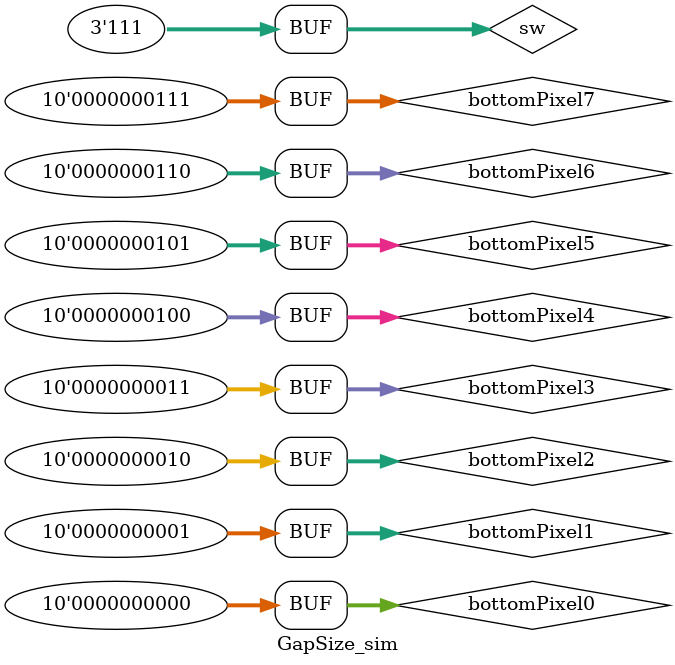
<source format=v>
`timescale 1ns / 1ps


module GapSize_sim();

reg[9:0] bottomPixel0, bottomPixel1, bottomPixel2, bottomPixel3, bottomPixel4, bottomPixel5, bottomPixel6, bottomPixel7;
reg[2:0] sw;
wire[9:0] DwStartingPosition;

GapSize UUT(.b0(bottomPixel0), .b1(bottomPixel1), .b2(bottomPixel2), .b3(bottomPixel3), .b4(bottomPixel4), 
           .b5(bottomPixel5), .b6(bottomPixel6), .b7(bottomPixel7),
           .sw(sw), .DwStartingPosition(DwStartingPosition));

    initial
    begin
    #1000;
    bottomPixel0 = 10'b0000000000;
    bottomPixel1 = 10'b0000000001;
    bottomPixel2 = 10'b0000000010;
    bottomPixel3 = 10'b0000000011;
    bottomPixel4 = 10'b0000000100;
    bottomPixel5 = 10'b0000000101;
    bottomPixel6 = 10'b0000000110;
    bottomPixel7 = 10'b0000000111;
    sw[2] = 1'b0;
    sw[1] = 1'b0;
    sw[0] = 1'b0;
    #100;
    sw[0] = 1'b1;
    #100;
    sw[0] = 1'b0;
    sw[1] = 1'b1;
    #100;
    sw[0] = 1'b1;
    #100;
    sw[0] = 1'b0;
    sw[1] = 1'b0;
    sw[2] = 1'b1;
    #100;
    sw[0] = 1'b1;
    #100;
    sw[0] = 1'b0;
    sw[1] = 1'b1;
    #100;
    sw[0] = 1'b1;
          
    end

endmodule

</source>
